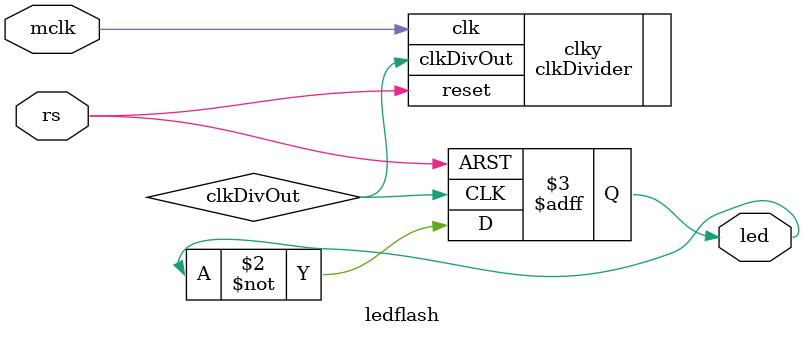
<source format=v>
`timescale 1ns / 1ps
module ledflash(
    input mclk,
    input rs,
    output reg led
    );
	 
	 wire clkDivOut;
	 
	 clkDivider clky (
    .clk(mclk), 
    .reset(rs), 
    .clkDivOut(clkDivOut)
    );
	
	
	always @(posedge clkDivOut or posedge rs)
	begin
		if (rs)
			begin
			led <=0;
			end
		else
			begin
			led <= ~led;
			end
	end
	


endmodule

</source>
